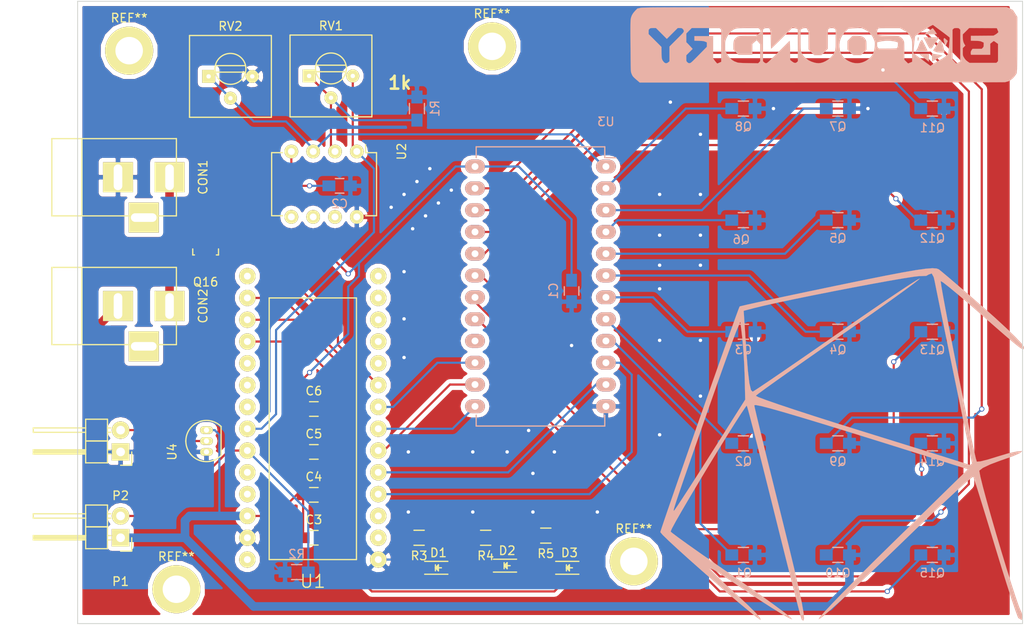
<source format=kicad_pcb>
(kicad_pcb (version 4) (host pcbnew 4.0.2-stable)
  (layers (0 F.Cu signal) (31 B.Cu signal) (34 B.Paste user) (35 F.Paste user) (36 B.SilkS user) (37 F.SilkS user) (38 B.Mask user) (39 F.Mask user) (44 Edge.Cuts user))
  (net 0 "")
  (net 1 +3V3)
  (net 2 GND)
  (net 3 HEATER_PWR)
  (net 4 "Net-(CON1-Pad3)")
  (net 5 "Net-(CON2-Pad2)")
  (net 6 "Net-(CON2-Pad3)")
  (net 7 "Net-(D1-Pad2)")
  (net 8 "Net-(D1-Pad1)")
  (net 9 "Net-(D2-Pad2)")
  (net 10 "Net-(D2-Pad1)")
  (net 11 "Net-(D3-Pad2)")
  (net 12 "Net-(D3-Pad1)")
  (net 13 TEMP_S)
  (net 14 "Net-(P2-Pad2)")
  (net 15 /Phototransistors/S1)
  (net 16 /Phototransistors/S2)
  (net 17 /Phototransistors/S3)
  (net 18 /Phototransistors/S4)
  (net 19 /Phototransistors/S5)
  (net 20 /Phototransistors/S6)
  (net 21 /Phototransistors/S7)
  (net 22 /Phototransistors/S8)
  (net 23 /Phototransistors/S9)
  (net 24 /Phototransistors/S10)
  (net 25 /Phototransistors/S11)
  (net 26 /Phototransistors/S12)
  (net 27 /Phototransistors/S13)
  (net 28 /Phototransistors/S14)
  (net 29 /Phototransistors/S15)
  (net 30 HEAT)
  (net 31 "Net-(R1-Pad1)")
  (net 32 "Net-(RV1-Pad3)")
  (net 33 "Net-(RV2-Pad1)")
  (net 34 "Net-(U1-Pad0)")
  (net 35 "Net-(U1-Pad1)")
  (net 36 T2)
  (net 37 T3)
  (net 38 T4)
  (net 39 T5)
  (net 40 T6)
  (net 41 "Net-(U1-Pad8)")
  (net 42 "Net-(U1-Pad9)")
  (net 43 "Net-(U1-Pad10)")
  (net 44 "Net-(U1-Pad11)")
  (net 45 "Net-(U1-Pad12)")
  (net 46 "Net-(U1-Pad13)")
  (net 47 "Net-(U1-Pad17)")
  (net 48 "Net-(U1-Pad18)")
  (net 49 "Net-(U1-Pad19)")
  (net 50 "Net-(U1-Pad22)")
  (net 51 "Net-(U1-Pad23)")
  (net 52 "Net-(U1-Pad26)")
  (net 53 "Net-(U3-Pad16)")
  (module Resistors_SMD:R_0805_HandSoldering (layer B.Cu) (at 215 65)
    (fp_text reference Q8 (at 0 2.1) (layer B.SilkS) (effects (justify mirror)))
    (fp_text value SFH3711 hide)
    (pad 1 smd rect (at -1.35 0) (size 1.5 1.3) (layers B.Cu B.Paste B.Mask) (net 22 /Phototransistors/S8))
    (pad 2 smd rect (at 1.35 0) (size 1.5 1.3) (layers B.Cu B.Paste B.Mask) (net 1 +3V3))
  )
  (module Housings_DIP:DIP-24_W15.24mm_LongPads (layer B.Cu) (at 199 71.75 180)
    (fp_text reference U3 (at 0 5.22 180) (layer B.SilkS) (effects (justify mirror)))
    (fp_text value CD74HC4067)
    (pad 1 thru_hole oval (at 0 0 180) (size 2.3 1.6) (drill 0.8) (layers *.Cu *.Mask B.SilkS) (net 33 "Net-(RV2-Pad1)"))
    (pad 2 thru_hole oval (at 0 -2.54 180) (size 2.3 1.6) (drill 0.8) (layers *.Cu *.Mask B.SilkS) (net 22 /Phototransistors/S8))
    (pad 3 thru_hole oval (at 0 -5.08 180) (size 2.3 1.6) (drill 0.8) (layers *.Cu *.Mask B.SilkS) (net 21 /Phototransistors/S7))
    (pad 4 thru_hole oval (at 0 -7.62 180) (size 2.3 1.6) (drill 0.8) (layers *.Cu *.Mask B.SilkS) (net 20 /Phototransistors/S6))
    (pad 5 thru_hole oval (at 0 -10.16 180) (size 2.3 1.6) (drill 0.8) (layers *.Cu *.Mask B.SilkS) (net 19 /Phototransistors/S5))
    (pad 6 thru_hole oval (at 0 -12.7 180) (size 2.3 1.6) (drill 0.8) (layers *.Cu *.Mask B.SilkS) (net 18 /Phototransistors/S4))
    (pad 7 thru_hole oval (at 0 -15.24 180) (size 2.3 1.6) (drill 0.8) (layers *.Cu *.Mask B.SilkS) (net 17 /Phototransistors/S3))
    (pad 8 thru_hole oval (at 0 -17.78 180) (size 2.3 1.6) (drill 0.8) (layers *.Cu *.Mask B.SilkS) (net 16 /Phototransistors/S2))
    (pad 9 thru_hole oval (at 0 -20.32 180) (size 2.3 1.6) (drill 0.8) (layers *.Cu *.Mask B.SilkS) (net 15 /Phototransistors/S1))
    (pad 10 thru_hole oval (at 0 -22.86 180) (size 2.3 1.6) (drill 0.8) (layers *.Cu *.Mask B.SilkS) (net 36 T2))
    (pad 11 thru_hole oval (at 0 -25.4 180) (size 2.3 1.6) (drill 0.8) (layers *.Cu *.Mask B.SilkS) (net 37 T3))
    (pad 12 thru_hole oval (at 0 -27.94 180) (size 2.3 1.6) (drill 0.8) (layers *.Cu *.Mask B.SilkS) (net 2 GND))
    (pad 13 thru_hole oval (at 15.24 -27.94 180) (size 2.3 1.6) (drill 0.8) (layers *.Cu *.Mask B.SilkS) (net 39 T5))
    (pad 14 thru_hole oval (at 15.24 -25.4 180) (size 2.3 1.6) (drill 0.8) (layers *.Cu *.Mask B.SilkS) (net 38 T4))
    (pad 15 thru_hole oval (at 15.24 -22.86 180) (size 2.3 1.6) (drill 0.8) (layers *.Cu *.Mask B.SilkS) (net 40 T6))
    (pad 16 thru_hole oval (at 15.24 -20.32 180) (size 2.3 1.6) (drill 0.8) (layers *.Cu *.Mask B.SilkS) (net 53 "Net-(U3-Pad16)"))
    (pad 17 thru_hole oval (at 15.24 -17.78 180) (size 2.3 1.6) (drill 0.8) (layers *.Cu *.Mask B.SilkS) (net 29 /Phototransistors/S15))
    (pad 18 thru_hole oval (at 15.24 -15.24 180) (size 2.3 1.6) (drill 0.8) (layers *.Cu *.Mask B.SilkS) (net 28 /Phototransistors/S14))
    (pad 19 thru_hole oval (at 15.24 -12.7 180) (size 2.3 1.6) (drill 0.8) (layers *.Cu *.Mask B.SilkS) (net 27 /Phototransistors/S13))
    (pad 20 thru_hole oval (at 15.24 -10.16 180) (size 2.3 1.6) (drill 0.8) (layers *.Cu *.Mask B.SilkS) (net 26 /Phototransistors/S12))
    (pad 21 thru_hole oval (at 15.24 -7.62 180) (size 2.3 1.6) (drill 0.8) (layers *.Cu *.Mask B.SilkS) (net 25 /Phototransistors/S11))
    (pad 22 thru_hole oval (at 15.24 -5.08 180) (size 2.3 1.6) (drill 0.8) (layers *.Cu *.Mask B.SilkS) (net 24 /Phototransistors/S10))
    (pad 23 thru_hole oval (at 15.24 -2.54 180) (size 2.3 1.6) (drill 0.8) (layers *.Cu *.Mask B.SilkS) (net 23 /Phototransistors/S9))
    (pad 24 thru_hole oval (at 15.24 0 180) (size 2.3 1.6) (drill 0.8) (layers *.Cu *.Mask B.SilkS) (net 1 +3V3))
  )
  (module Capacitors_SMD:C_0805_HandSoldering (layer B.Cu) (at 195 86.25 270)
    (fp_text reference C1 (at 0 2.1 270) (layer B.SilkS) (effects (justify mirror)))
    (fp_text value 100nF)
    (pad 1 smd rect (at -1.25 0 270) (size 1.5 1.25) (layers B.Cu B.Paste B.Mask) (net 1 +3V3))
    (pad 2 smd rect (at 1.25 0 270) (size 1.5 1.25) (layers B.Cu B.Paste B.Mask) (net 2 GND))
  )
  (module Capacitors_SMD:C_0805_HandSoldering (layer B.Cu) (at 168 74)
    (fp_text reference C2 (at 0 2.1) (layer B.SilkS) (effects (justify mirror)))
    (fp_text value 100nF)
    (pad 1 smd rect (at -1.25 0) (size 1.5 1.25) (layers B.Cu B.Paste B.Mask) (net 1 +3V3))
    (pad 2 smd rect (at 1.25 0) (size 1.5 1.25) (layers B.Cu B.Paste B.Mask) (net 2 GND))
  )
  (module Capacitors_SMD:C_0805_HandSoldering (layer F.Cu) (at 165 115)
    (fp_text reference C3 (at 0 -2.1) (layer F.SilkS))
    (fp_text value 100nF)
    (pad 1 smd rect (at -1.25 0) (size 1.5 1.25) (layers F.Cu F.Paste F.Mask) (net 1 +3V3))
    (pad 2 smd rect (at 1.25 0) (size 1.5 1.25) (layers F.Cu F.Paste F.Mask) (net 2 GND))
  )
  (module Capacitors_SMD:C_0805_HandSoldering (layer F.Cu) (at 165 110)
    (fp_text reference C4 (at 0 -2.1) (layer F.SilkS))
    (fp_text value 22nF)
    (pad 1 smd rect (at -1.25 0) (size 1.5 1.25) (layers F.Cu F.Paste F.Mask) (net 1 +3V3))
    (pad 2 smd rect (at 1.25 0) (size 1.5 1.25) (layers F.Cu F.Paste F.Mask) (net 2 GND))
  )
  (module Capacitors_SMD:C_0805_HandSoldering (layer F.Cu) (at 165 105)
    (fp_text reference C5 (at 0 -2.1) (layer F.SilkS))
    (fp_text value 100nF)
    (pad 1 smd rect (at -1.25 0) (size 1.5 1.25) (layers F.Cu F.Paste F.Mask) (net 1 +3V3))
    (pad 2 smd rect (at 1.25 0) (size 1.5 1.25) (layers F.Cu F.Paste F.Mask) (net 2 GND))
  )
  (module Capacitors_SMD:C_0805_HandSoldering (layer F.Cu) (at 165 100)
    (fp_text reference C6 (at 0 -2.1) (layer F.SilkS))
    (fp_text value 22uF)
    (pad 1 smd rect (at -1.25 0) (size 1.5 1.25) (layers F.Cu F.Paste F.Mask) (net 1 +3V3))
    (pad 2 smd rect (at 1.25 0) (size 1.5 1.25) (layers F.Cu F.Paste F.Mask) (net 2 GND))
  )
  (module Connect:BARREL_JACK (layer F.Cu) (at 142 73)
    (fp_text reference CON1 (at 10.09904 0 90) (layer F.SilkS))
    (fp_text value BARREL_JACK)
    (pad 1 thru_hole rect (at 6.20014 0) (size 3.50012 3.50012) (drill oval 1.00076 2.99974) (layers *.Cu *.Mask F.SilkS) (net 3 HEATER_PWR))
    (pad 2 thru_hole rect (at 0.20066 0) (size 3.50012 3.50012) (drill oval 1.00076 2.99974) (layers *.Cu *.Mask F.SilkS) (net 2 GND))
    (pad 3 thru_hole rect (at 3.2004 4.699) (size 3.50012 3.50012) (drill oval 2.99974 1.00076) (layers *.Cu *.Mask F.SilkS) (net 4 "Net-(CON1-Pad3)"))
  )
  (module Connect:BARREL_JACK (layer F.Cu) (at 142 88)
    (fp_text reference CON2 (at 10.09904 0 90) (layer F.SilkS))
    (fp_text value BARREL_JACK)
    (pad 1 thru_hole rect (at 6.20014 0) (size 3.50012 3.50012) (drill oval 1.00076 2.99974) (layers *.Cu *.Mask F.SilkS) (net 3 HEATER_PWR))
    (pad 2 thru_hole rect (at 0.20066 0) (size 3.50012 3.50012) (drill oval 1.00076 2.99974) (layers *.Cu *.Mask F.SilkS) (net 5 "Net-(CON2-Pad2)"))
    (pad 3 thru_hole rect (at 3.2004 4.699) (size 3.50012 3.50012) (drill oval 2.99974 1.00076) (layers *.Cu *.Mask F.SilkS) (net 6 "Net-(CON2-Pad3)"))
  )
  (module LEDs:LED_0805 (layer F.Cu) (at 179.5 118.5)
    (fp_text reference D1 (at 0 -1.75) (layer F.SilkS))
    (fp_text value LED)
    (pad 2 smd rect (at 1.04902 0 180) (size 1.19888 1.19888) (layers F.Cu F.Paste F.Mask) (net 7 "Net-(D1-Pad2)"))
    (pad 1 smd rect (at -1.04902 0 180) (size 1.19888 1.19888) (layers F.Cu F.Paste F.Mask) (net 8 "Net-(D1-Pad1)"))
  )
  (module LEDs:LED_0805 (layer F.Cu) (at 187.5 118.25)
    (fp_text reference D2 (at 0 -1.75) (layer F.SilkS))
    (fp_text value LED)
    (pad 2 smd rect (at 1.04902 0 180) (size 1.19888 1.19888) (layers F.Cu F.Paste F.Mask) (net 9 "Net-(D2-Pad2)"))
    (pad 1 smd rect (at -1.04902 0 180) (size 1.19888 1.19888) (layers F.Cu F.Paste F.Mask) (net 10 "Net-(D2-Pad1)"))
  )
  (module LEDs:LED_0805 (layer F.Cu) (at 194.75 118.5)
    (fp_text reference D3 (at 0 -1.75) (layer F.SilkS))
    (fp_text value LED)
    (pad 2 smd rect (at 1.04902 0 180) (size 1.19888 1.19888) (layers F.Cu F.Paste F.Mask) (net 11 "Net-(D3-Pad2)"))
    (pad 1 smd rect (at -1.04902 0 180) (size 1.19888 1.19888) (layers F.Cu F.Paste F.Mask) (net 12 "Net-(D3-Pad1)"))
  )
  (module Pin_Headers:Pin_Header_Angled_1x02 (layer F.Cu) (at 142.5 105 180)
    (fp_text reference P2 (at 0 -5.1 180) (layer F.SilkS))
    (fp_text value CONN_01X02)
    (pad 1 thru_hole rect (at 0 0 180) (size 2.032 2.032) (drill 1.016) (layers *.Cu *.Mask F.SilkS) (net 2 GND))
    (pad 2 thru_hole oval (at 0 2.54 180) (size 2.032 2.032) (drill 1.016) (layers *.Cu *.Mask F.SilkS) (net 14 "Net-(P2-Pad2)"))
  )
  (module Resistors_SMD:R_0805_HandSoldering (layer B.Cu) (at 215 117)
    (fp_text reference Q1 (at 0 2.1) (layer B.SilkS) (effects (justify mirror)))
    (fp_text value SFH3711 hide)
    (pad 1 smd rect (at -1.35 0) (size 1.5 1.3) (layers B.Cu B.Paste B.Mask) (net 15 /Phototransistors/S1))
    (pad 2 smd rect (at 1.35 0) (size 1.5 1.3) (layers B.Cu B.Paste B.Mask) (net 1 +3V3))
  )
  (module Resistors_SMD:R_0805_HandSoldering (layer B.Cu) (at 215 104)
    (fp_text reference Q2 (at 0 2.1) (layer B.SilkS) (effects (justify mirror)))
    (fp_text value SFH3711 hide)
    (pad 1 smd rect (at -1.35 0) (size 1.5 1.3) (layers B.Cu B.Paste B.Mask) (net 16 /Phototransistors/S2))
    (pad 2 smd rect (at 1.35 0) (size 1.5 1.3) (layers B.Cu B.Paste B.Mask) (net 1 +3V3))
  )
  (module Resistors_SMD:R_0805_HandSoldering (layer B.Cu) (at 215 91)
    (fp_text reference Q3 (at 0 2.1) (layer B.SilkS) (effects (justify mirror)))
    (fp_text value SFH3711 hide)
    (pad 1 smd rect (at -1.35 0) (size 1.5 1.3) (layers B.Cu B.Paste B.Mask) (net 17 /Phototransistors/S3))
    (pad 2 smd rect (at 1.35 0) (size 1.5 1.3) (layers B.Cu B.Paste B.Mask) (net 1 +3V3))
  )
  (module Resistors_SMD:R_0805_HandSoldering (layer B.Cu) (at 226 91)
    (fp_text reference Q4 (at 0 2.1) (layer B.SilkS) (effects (justify mirror)))
    (fp_text value SFH3711 hide)
    (pad 1 smd rect (at -1.35 0) (size 1.5 1.3) (layers B.Cu B.Paste B.Mask) (net 18 /Phototransistors/S4))
    (pad 2 smd rect (at 1.35 0) (size 1.5 1.3) (layers B.Cu B.Paste B.Mask) (net 1 +3V3))
  )
  (module Resistors_SMD:R_0805_HandSoldering (layer B.Cu) (at 226 78)
    (fp_text reference Q5 (at 0 2.1) (layer B.SilkS) (effects (justify mirror)))
    (fp_text value SFH3711 hide)
    (pad 1 smd rect (at -1.35 0) (size 1.5 1.3) (layers B.Cu B.Paste B.Mask) (net 19 /Phototransistors/S5))
    (pad 2 smd rect (at 1.35 0) (size 1.5 1.3) (layers B.Cu B.Paste B.Mask) (net 1 +3V3))
  )
  (module Resistors_SMD:R_0805_HandSoldering (layer B.Cu) (at 215 78 180)
    (fp_text reference Q6 (at 0.25 -2.25 180) (layer B.SilkS) (effects (justify mirror)))
    (fp_text value SFH3711 hide)
    (pad 1 smd rect (at -1.35 0 180) (size 1.5 1.3) (layers B.Cu B.Paste B.Mask) (net 1 +3V3))
    (pad 2 smd rect (at 1.35 0 180) (size 1.5 1.3) (layers B.Cu B.Paste B.Mask) (net 20 /Phototransistors/S6))
  )
  (module Resistors_SMD:R_0805_HandSoldering (layer B.Cu) (at 226 65)
    (fp_text reference Q7 (at 0 2.1) (layer B.SilkS) (effects (justify mirror)))
    (fp_text value SFH3711 hide)
    (pad 1 smd rect (at -1.35 0) (size 1.5 1.3) (layers B.Cu B.Paste B.Mask) (net 21 /Phototransistors/S7))
    (pad 2 smd rect (at 1.35 0) (size 1.5 1.3) (layers B.Cu B.Paste B.Mask) (net 1 +3V3))
  )
  (module Resistors_SMD:R_0805_HandSoldering (layer B.Cu) (at 226 104)
    (fp_text reference Q9 (at 0 2.1) (layer B.SilkS) (effects (justify mirror)))
    (fp_text value SFH3711 hide)
    (pad 1 smd rect (at -1.35 0) (size 1.5 1.3) (layers B.Cu B.Paste B.Mask) (net 23 /Phototransistors/S9))
    (pad 2 smd rect (at 1.35 0) (size 1.5 1.3) (layers B.Cu B.Paste B.Mask) (net 1 +3V3))
  )
  (module Resistors_SMD:R_0805_HandSoldering (layer B.Cu) (at 226 117)
    (fp_text reference Q10 (at 0 2.1) (layer B.SilkS) (effects (justify mirror)))
    (fp_text value SFH3711 hide)
    (pad 1 smd rect (at -1.35 0) (size 1.5 1.3) (layers B.Cu B.Paste B.Mask) (net 24 /Phototransistors/S10))
    (pad 2 smd rect (at 1.35 0) (size 1.5 1.3) (layers B.Cu B.Paste B.Mask) (net 1 +3V3))
  )
  (module Resistors_SMD:R_0805_HandSoldering (layer B.Cu) (at 237 65 180)
    (fp_text reference Q11 (at 0 -2.25 180) (layer B.SilkS) (effects (justify mirror)))
    (fp_text value SFH3711 hide)
    (pad 1 smd rect (at -1.35 0 180) (size 1.5 1.3) (layers B.Cu B.Paste B.Mask) (net 1 +3V3))
    (pad 2 smd rect (at 1.35 0 180) (size 1.5 1.3) (layers B.Cu B.Paste B.Mask) (net 25 /Phototransistors/S11))
  )
  (module Resistors_SMD:R_0805_HandSoldering (layer B.Cu) (at 237 78)
    (fp_text reference Q12 (at 0 2.1) (layer B.SilkS) (effects (justify mirror)))
    (fp_text value SFH3711 hide)
    (pad 1 smd rect (at -1.35 0) (size 1.5 1.3) (layers B.Cu B.Paste B.Mask) (net 26 /Phototransistors/S12))
    (pad 2 smd rect (at 1.35 0) (size 1.5 1.3) (layers B.Cu B.Paste B.Mask) (net 1 +3V3))
  )
  (module Resistors_SMD:R_0805_HandSoldering (layer B.Cu) (at 237 91)
    (fp_text reference Q13 (at 0 2.1) (layer B.SilkS) (effects (justify mirror)))
    (fp_text value SFH3711 hide)
    (pad 1 smd rect (at -1.35 0) (size 1.5 1.3) (layers B.Cu B.Paste B.Mask) (net 27 /Phototransistors/S13))
    (pad 2 smd rect (at 1.35 0) (size 1.5 1.3) (layers B.Cu B.Paste B.Mask) (net 1 +3V3))
  )
  (module Resistors_SMD:R_0805_HandSoldering (layer B.Cu) (at 237 104)
    (fp_text reference Q14 (at 0 2.1) (layer B.SilkS) (effects (justify mirror)))
    (fp_text value SFH3711 hide)
    (pad 1 smd rect (at -1.35 0) (size 1.5 1.3) (layers B.Cu B.Paste B.Mask) (net 28 /Phototransistors/S14))
    (pad 2 smd rect (at 1.35 0) (size 1.5 1.3) (layers B.Cu B.Paste B.Mask) (net 1 +3V3))
  )
  (module Resistors_SMD:R_0805_HandSoldering (layer B.Cu) (at 237 117)
    (fp_text reference Q15 (at 0 2.1) (layer B.SilkS) (effects (justify mirror)))
    (fp_text value SFH3711 hide)
    (pad 1 smd rect (at -1.35 0) (size 1.5 1.3) (layers B.Cu B.Paste B.Mask) (net 29 /Phototransistors/S15))
    (pad 2 smd rect (at 1.35 0) (size 1.5 1.3) (layers B.Cu B.Paste B.Mask) (net 1 +3V3))
  )
  (module TO_SOT_Packages_SMD:SOT-23_Handsoldering (layer F.Cu) (at 152.4 81.4 180)
    (fp_text reference Q16 (at 0 -3.81 180) (layer F.SilkS))
    (fp_text value Q_NMOS_GSD)
    (pad 1 smd rect (at -0.95 1.50114 180) (size 0.8001 1.80086) (layers F.Cu F.Paste F.Mask) (net 30 HEAT))
    (pad 2 smd rect (at 0.95 1.50114 180) (size 0.8001 1.80086) (layers F.Cu F.Paste F.Mask) (net 2 GND))
    (pad 3 smd rect (at 0 -1.50114 180) (size 0.8001 1.80086) (layers F.Cu F.Paste F.Mask) (net 5 "Net-(CON2-Pad2)"))
  )
  (module Resistors_SMD:R_0805_HandSoldering (layer B.Cu) (at 177 65 90)
    (fp_text reference R1 (at 0 2.1 90) (layer B.SilkS) (effects (justify mirror)))
    (fp_text value 1K)
    (pad 1 smd rect (at -1.35 0 90) (size 1.5 1.3) (layers B.Cu B.Paste B.Mask) (net 31 "Net-(R1-Pad1)"))
    (pad 2 smd rect (at 1.35 0 90) (size 1.5 1.3) (layers B.Cu B.Paste B.Mask) (net 2 GND))
  )
  (module Resistors_SMD:R_0805_HandSoldering (layer B.Cu) (at 163 119 180)
    (fp_text reference R2 (at 0 2.1 180) (layer B.SilkS) (effects (justify mirror)))
    (fp_text value 6.8K)
    (pad 1 smd rect (at -1.35 0 180) (size 1.5 1.3) (layers B.Cu B.Paste B.Mask) (net 13 TEMP_S))
    (pad 2 smd rect (at 1.35 0 180) (size 1.5 1.3) (layers B.Cu B.Paste B.Mask) (net 2 GND))
  )
  (module Resistors_SMD:R_0805_HandSoldering (layer F.Cu) (at 177.25 115 180)
    (fp_text reference R3 (at 0 -2.1 180) (layer F.SilkS))
    (fp_text value R)
    (pad 1 smd rect (at -1.35 0 180) (size 1.5 1.3) (layers F.Cu F.Paste F.Mask) (net 8 "Net-(D1-Pad1)"))
    (pad 2 smd rect (at 1.35 0 180) (size 1.5 1.3) (layers F.Cu F.Paste F.Mask) (net 2 GND))
  )
  (module Resistors_SMD:R_0805_HandSoldering (layer F.Cu) (at 185 115 180)
    (fp_text reference R4 (at 0 -2.1 180) (layer F.SilkS))
    (fp_text value R)
    (pad 1 smd rect (at -1.35 0 180) (size 1.5 1.3) (layers F.Cu F.Paste F.Mask) (net 10 "Net-(D2-Pad1)"))
    (pad 2 smd rect (at 1.35 0 180) (size 1.5 1.3) (layers F.Cu F.Paste F.Mask) (net 2 GND))
  )
  (module Resistors_SMD:R_0805_HandSoldering (layer F.Cu) (at 192 114.75 180)
    (fp_text reference R5 (at 0 -2.1 180) (layer F.SilkS))
    (fp_text value R)
    (pad 1 smd rect (at -1.35 0 180) (size 1.5 1.3) (layers F.Cu F.Paste F.Mask) (net 12 "Net-(D3-Pad1)"))
    (pad 2 smd rect (at 1.35 0 180) (size 1.5 1.3) (layers F.Cu F.Paste F.Mask) (net 2 GND))
  )
  (module Potentiometers:Potentiometer_Trimmer-Suntan-TSR-3386P (layer F.Cu) (at 164.45 61.2)
    (fp_text reference RV1 (at 2.54 -5.842) (layer F.SilkS))
    (fp_text value "POT 10k")
    (pad 3 thru_hole circle (at 5.08 0) (size 1.51 1.51) (drill 0.51) (layers *.Cu *.Mask F.SilkS) (net 32 "Net-(RV1-Pad3)"))
    (pad 1 thru_hole rect (at 0 0) (size 1.51 1.51) (drill 0.51) (layers *.Cu *.Mask F.SilkS) (net 31 "Net-(R1-Pad1)"))
    (pad 2 thru_hole circle (at 2.54 2.54) (size 1.51 1.51) (drill 0.51) (layers *.Cu *.Mask F.SilkS) (net 31 "Net-(R1-Pad1)"))
  )
  (module Teensy-3:Teensy-3.1 (layer F.Cu) (at 172.5 115 90)
    (fp_text reference U1 (at -5.08 -7.62 180) (layer F.SilkS) (effects (font (size 1.5 1.5))))
    (fp_text value Teensy_3.1)
    (pad 0 thru_hole circle (at 0 0 90) (size 1.9 1.9) (drill 0.8) (layers *.Cu *.Mask F.SilkS) (net 34 "Net-(U1-Pad0)"))
    (pad 1 thru_hole circle (at 2.54 0 90) (size 1.9 1.9) (drill 0.8) (layers *.Cu *.Mask F.SilkS) (net 35 "Net-(U1-Pad1)"))
    (pad 2 thru_hole circle (at 5.08 0 90) (size 1.9 1.9) (drill 0.8) (layers *.Cu *.Mask F.SilkS) (net 36 T2))
    (pad 3 thru_hole circle (at 7.62 0 90) (size 1.9 1.9) (drill 0.8) (layers *.Cu *.Mask F.SilkS) (net 37 T3))
    (pad 4 thru_hole circle (at 10.16 0 90) (size 1.9 1.9) (drill 0.8) (layers *.Cu *.Mask F.SilkS) (net 38 T4))
    (pad 5 thru_hole circle (at 12.7 0 90) (size 1.9 1.9) (drill 0.8) (layers *.Cu *.Mask F.SilkS) (net 39 T5))
    (pad 6 thru_hole circle (at 15.24 0 90) (size 1.9 1.9) (drill 0.8) (layers *.Cu *.Mask F.SilkS) (net 40 T6))
    (pad 7 thru_hole circle (at 17.78 0 90) (size 1.9 1.9) (drill 0.8) (layers *.Cu *.Mask F.SilkS) (net 30 HEAT))
    (pad 8 thru_hole circle (at 20.32 0 90) (size 1.9 1.9) (drill 0.8) (layers *.Cu *.Mask F.SilkS) (net 41 "Net-(U1-Pad8)"))
    (pad 9 thru_hole circle (at 22.86 0 90) (size 1.9 1.9) (drill 0.8) (layers *.Cu *.Mask F.SilkS) (net 42 "Net-(U1-Pad9)"))
    (pad 10 thru_hole circle (at 25.4 0 90) (size 1.9 1.9) (drill 0.8) (layers *.Cu *.Mask F.SilkS) (net 43 "Net-(U1-Pad10)"))
    (pad 11 thru_hole circle (at 27.94 0 90) (size 1.9 1.9) (drill 0.8) (layers *.Cu *.Mask F.SilkS) (net 44 "Net-(U1-Pad11)"))
    (pad 12 thru_hole circle (at 30.48 0 90) (size 1.9 1.9) (drill 0.8) (layers *.Cu *.Mask F.SilkS) (net 45 "Net-(U1-Pad12)"))
    (pad 13 thru_hole circle (at 30.48 -15.24 90) (size 1.9 1.9) (drill 0.8) (layers *.Cu *.Mask F.SilkS) (net 46 "Net-(U1-Pad13)"))
    (pad 14 thru_hole circle (at 27.94 -15.24 90) (size 1.9 1.9) (drill 0.8) (layers *.Cu *.Mask F.SilkS) (net 7 "Net-(D1-Pad2)"))
    (pad 15 thru_hole circle (at 25.4 -15.24 90) (size 1.9 1.9) (drill 0.8) (layers *.Cu *.Mask F.SilkS) (net 9 "Net-(D2-Pad2)"))
    (pad 16 thru_hole circle (at 22.86 -15.24 90) (size 1.9 1.9) (drill 0.8) (layers *.Cu *.Mask F.SilkS) (net 11 "Net-(D3-Pad2)"))
    (pad 17 thru_hole circle (at 20.32 -15.24 90) (size 1.9 1.9) (drill 0.8) (layers *.Cu *.Mask F.SilkS) (net 47 "Net-(U1-Pad17)"))
    (pad 18 thru_hole circle (at 17.78 -15.24 90) (size 1.9 1.9) (drill 0.8) (layers *.Cu *.Mask F.SilkS) (net 48 "Net-(U1-Pad18)"))
    (pad 19 thru_hole circle (at 15.24 -15.24 90) (size 1.9 1.9) (drill 0.8) (layers *.Cu *.Mask F.SilkS) (net 49 "Net-(U1-Pad19)"))
    (pad 20 thru_hole circle (at 12.7 -15.24 90) (size 1.9 1.9) (drill 0.8) (layers *.Cu *.Mask F.SilkS) (net 32 "Net-(RV1-Pad3)"))
    (pad 21 thru_hole circle (at 10.16 -15.24 90) (size 1.9 1.9) (drill 0.8) (layers *.Cu *.Mask F.SilkS) (net 13 TEMP_S))
    (pad 22 thru_hole circle (at 7.62 -15.24 90) (size 1.9 1.9) (drill 0.8) (layers *.Cu *.Mask F.SilkS) (net 50 "Net-(U1-Pad22)"))
    (pad 23 thru_hole circle (at 5.08 -15.24 90) (size 1.9 1.9) (drill 0.8) (layers *.Cu *.Mask F.SilkS) (net 51 "Net-(U1-Pad23)"))
    (pad 24 thru_hole circle (at 2.54 -15.24 90) (size 1.9 1.9) (drill 0.8) (layers *.Cu *.Mask F.SilkS) (net 1 +3V3))
    (pad 25 thru_hole circle (at 0 -15.24 90) (size 1.9 1.9) (drill 0.8) (layers *.Cu *.Mask F.SilkS) (net 2 GND))
    (pad 26 thru_hole circle (at -2.54 -15.24 90) (size 1.9 1.9) (drill 0.8) (layers *.Cu *.Mask F.SilkS) (net 52 "Net-(U1-Pad26)"))
    (pad 27 thru_hole circle (at -2.54 0 90) (size 1.9 1.9) (drill 0.8) (layers *.Cu *.Mask F.SilkS) (net 2 GND))
  )
  (module Housings_DIP:DIP-8_W7.62mm (layer F.Cu) (at 170 70 270)
    (fp_text reference U2 (at 0 -5.22 270) (layer F.SilkS))
    (fp_text value LM358)
    (pad 1 thru_hole oval (at 0 0 270) (size 1.6 1.6) (drill 0.8) (layers *.Cu *.Mask F.SilkS) (net 32 "Net-(RV1-Pad3)"))
    (pad 2 thru_hole oval (at 0 2.54 270) (size 1.6 1.6) (drill 0.8) (layers *.Cu *.Mask F.SilkS) (net 31 "Net-(R1-Pad1)"))
    (pad 3 thru_hole oval (at 0 5.08 270) (size 1.6 1.6) (drill 0.8) (layers *.Cu *.Mask F.SilkS) (net 33 "Net-(RV2-Pad1)"))
    (pad 4 thru_hole oval (at 0 7.62 270) (size 1.6 1.6) (drill 0.8) (layers *.Cu *.Mask F.SilkS) (net 1 +3V3))
    (pad 5 thru_hole oval (at 7.62 7.62 270) (size 1.6 1.6) (drill 0.8) (layers *.Cu *.Mask F.SilkS))
    (pad 6 thru_hole oval (at 7.62 5.08 270) (size 1.6 1.6) (drill 0.8) (layers *.Cu *.Mask F.SilkS))
    (pad 7 thru_hole oval (at 7.62 2.54 270) (size 1.6 1.6) (drill 0.8) (layers *.Cu *.Mask F.SilkS))
    (pad 8 thru_hole oval (at 7.62 0 270) (size 1.6 1.6) (drill 0.8) (layers *.Cu *.Mask F.SilkS) (net 2 GND))
  )
  (module TO_SOT_Packages_THT:TO-92_Inline_Narrow_Oval (layer F.Cu) (at 152.5 105 90)
    (fp_text reference U4 (at 0 -4 90) (layer F.SilkS))
    (fp_text value CL520)
    (pad 2 thru_hole oval (at 1.27 0 270) (size 0.89916 1.50114) (drill 0.6) (layers *.Cu *.Mask F.SilkS) (net 14 "Net-(P2-Pad2)"))
    (pad 3 thru_hole oval (at 2.54 0 270) (size 0.89916 1.50114) (drill 0.6) (layers *.Cu *.Mask F.SilkS) (net 1 +3V3))
    (pad 1 thru_hole oval (at 0 0 270) (size 0.89916 1.50114) (drill 0.6) (layers *.Cu *.Mask F.SilkS) (net 2 GND))
  )
  (module Pin_Headers:Pin_Header_Angled_1x02 (layer F.Cu) (at 142.5 115 180)
    (fp_text reference P1 (at 0 -5.1 180) (layer F.SilkS))
    (fp_text value CONN_01X02)
    (pad 1 thru_hole rect (at 0 0 180) (size 2.032 2.032) (drill 1.016) (layers *.Cu *.Mask F.SilkS) (net 1 +3V3))
    (pad 2 thru_hole oval (at 0 2.54 180) (size 2.032 2.032) (drill 1.016) (layers *.Cu *.Mask F.SilkS) (net 13 TEMP_S))
  )
  (module Potentiometers:Potentiometer_Trimmer-Suntan-TSR-3386P (layer F.Cu) (at 152.75 61.25)
    (fp_text reference RV2 (at 2.54 -5.842) (layer F.SilkS))
    (fp_text value POT)
    (pad 3 thru_hole circle (at 5.08 0) (size 1.51 1.51) (drill 0.51) (layers *.Cu *.Mask F.SilkS) (net 2 GND))
    (pad 1 thru_hole rect (at 0 0) (size 1.51 1.51) (drill 0.51) (layers *.Cu *.Mask F.SilkS) (net 33 "Net-(RV2-Pad1)"))
    (pad 2 thru_hole circle (at 2.54 2.54) (size 1.51 1.51) (drill 0.51) (layers *.Cu *.Mask F.SilkS) (net 33 "Net-(RV2-Pad1)"))
  )
  (module Mounting_Holes:MountingHole_3.2mm_M3_DIN965_Pad (layer F.Cu) (at 185.75 57.75)
    (fp_text reference REF** (at 0 -3.8) (layer F.SilkS))
    (fp_text value "" hide)
    (pad 1 thru_hole circle (at 0 0) (size 5.6 5.6) (drill 3.2) (layers *.Cu *.Mask F.SilkS))
  )
  (module Mounting_Holes:MountingHole_3.2mm_M3_DIN965_Pad (layer F.Cu) (at 143.5 58.25)
    (fp_text reference REF** (at 0 -3.8) (layer F.SilkS))
    (fp_text value "" hide)
    (pad 1 thru_hole circle (at 0 0) (size 5.6 5.6) (drill 3.2) (layers *.Cu *.Mask F.SilkS))
  )
  (module Mounting_Holes:MountingHole_3.2mm_M3_DIN965_Pad (layer F.Cu) (at 202.25 117.75)
    (fp_text reference REF** (at 0 -3.8) (layer F.SilkS))
    (fp_text value "")
    (pad 1 thru_hole circle (at 0 0) (size 5.6 5.6) (drill 3.2) (layers *.Cu *.Mask F.SilkS))
  )
  (module Mounting_Holes:MountingHole_3.2mm_M3_DIN965_Pad (layer F.Cu) (at 149 121)
    (fp_text reference REF** (at 0 -3.8) (layer F.SilkS))
    (fp_text value "")
    (pad 1 thru_hole circle (at 0 0) (size 5.6 5.6) (drill 3.2) (layers *.Cu *.Mask F.SilkS))
  )
  (module lampdiagnosticspcb-master:CornerLogoInverse (layer B.Cu) (at 226.5 103.75 270)
    (fp_text reference G*** hide)
    (fp_text value LOGO hide)
  )
  (module lampdiagnosticspcb-master:LogoTextResized3 (layer B.Cu) (at 224.25 57.5 180)
    (fp_text reference G*** hide)
    (fp_text value LOGO hide)
  )
  (gr_text 1k (at 175 62) (layer F.SilkS) (effects (font (size 1.5 1.5) (thickness 0.3))))
  (gr_line (start 137.5 125) (end 137.5 52.5) (angle 90) (layer Edge.Cuts) (width 0.1))
  (gr_line (start 247.5 125) (end 137.5 125) (angle 90) (layer Edge.Cuts) (width 0.1))
  (gr_line (start 247.5 52.5) (end 247.5 125) (angle 90) (layer Edge.Cuts) (width 0.1))
  (gr_line (start 137.5 52.5) (end 247.5 52.5) (angle 90) (layer Edge.Cuts) (width 0.1))
  (segment (start 216.35 91) (end 216.35 91.6) (width 0.25) (layer F.Cu) (net 0))
  (segment (start 216.35 104) (end 216.35 103.4) (width 0.25) (layer F.Cu) (net 0))
  (segment (start 238.35 78) (end 238.25 78) (width 0.25) (layer F.Cu) (net 0))
  (segment (start 238.35 65) (end 238.35 65.15) (width 0.25) (layer F.Cu) (net 0))
  (segment (start 229.5 65) (end 227.35 65) (width 0.25) (layer B.Cu) (net 1))
  (segment (start 218.5 65) (end 229.5 65) (width 0.25) (layer F.Cu) (net 1))
  (via (at 229.5 65) (size 0.6) (drill 0.4) (layers F.Cu B.Cu) (net 1))
  (segment (start 216.35 65) (end 218.5 65) (width 0.25) (layer B.Cu) (net 1))
  (via (at 218.5 65) (size 0.6) (drill 0.4) (layers F.Cu B.Cu) (net 1))
  (segment (start 164.5 74) (end 166.75 74) (width 0.25) (layer B.Cu) (net 1))
  (segment (start 162.38 74.62) (end 163 74) (width 0.25) (layer F.Cu) (net 1))
  (segment (start 163 74) (end 164.5 74) (width 0.25) (layer F.Cu) (net 1))
  (via (at 164.5 74) (size 0.6) (drill 0.4) (layers F.Cu B.Cu) (net 1))
  (segment (start 162.38 74.87) (end 162.38 74.62) (width 0.25) (layer F.Cu) (net 1))
  (segment (start 195 85) (end 195 77.91) (width 0.25) (layer B.Cu) (net 1))
  (segment (start 195 77.91) (end 188.84 71.75) (width 0.25) (layer B.Cu) (net 1))
  (segment (start 152.5 102.46) (end 153.46 102.46) (width 0.25) (layer B.Cu) (net 1))
  (segment (start 154 103) (end 154 112.46) (width 0.25) (layer B.Cu) (net 1))
  (segment (start 153.46 102.46) (end 154 103) (width 0.25) (layer B.Cu) (net 1))
  (segment (start 142.5 115) (end 150 115) (width 1) (layer B.Cu) (net 1))
  (segment (start 227.35 117) (end 227.35 120.65) (width 1) (layer B.Cu) (net 1))
  (segment (start 150.54 112.46) (end 154 112.46) (width 1) (layer B.Cu) (net 1))
  (segment (start 154 112.46) (end 157.26 112.46) (width 1) (layer B.Cu) (net 1))
  (segment (start 150 113) (end 150.54 112.46) (width 1) (layer B.Cu) (net 1))
  (segment (start 150 115) (end 150 113) (width 1) (layer B.Cu) (net 1))
  (segment (start 158 123) (end 150 115) (width 1) (layer B.Cu) (net 1))
  (segment (start 225 123) (end 158 123) (width 1) (layer B.Cu) (net 1))
  (segment (start 227.35 120.65) (end 225 123) (width 1) (layer B.Cu) (net 1))
  (segment (start 163.75 115) (end 163.75 115.25) (width 0.25) (layer F.Cu) (net 1))
  (segment (start 169 86) (end 169 85.75) (width 0.25) (layer B.Cu) (net 1))
  (segment (start 170.25 84.5) (end 170.25 83) (width 0.25) (layer B.Cu) (net 1))
  (segment (start 169 85.75) (end 170.25 84.5) (width 0.25) (layer B.Cu) (net 1))
  (segment (start 163.75 100) (end 163.75 96.5) (width 0.25) (layer F.Cu) (net 1))
  (segment (start 169 91.25) (end 169 86) (width 0.25) (layer B.Cu) (net 1))
  (segment (start 164.5 95.75) (end 169 91.25) (width 0.25) (layer B.Cu) (net 1))
  (via (at 164.5 95.75) (size 0.6) (drill 0.4) (layers F.Cu B.Cu) (net 1))
  (segment (start 163.75 96.5) (end 164.5 95.75) (width 0.25) (layer F.Cu) (net 1))
  (segment (start 188.84 71.75) (end 181.5 71.75) (width 0.25) (layer B.Cu) (net 1))
  (segment (start 181.5 71.75) (end 170.25 83) (width 0.25) (layer B.Cu) (net 1))
  (segment (start 170.25 83) (end 169 84.25) (width 0.25) (layer B.Cu) (net 1))
  (segment (start 162.38 74.87) (end 162.38 70) (width 0.25) (layer F.Cu) (net 1))
  (via (at 169 84.25) (size 0.6) (drill 0.4) (layers F.Cu B.Cu) (net 1))
  (segment (start 169 84.25) (end 164.75 80) (width 0.25) (layer F.Cu) (net 1))
  (segment (start 164.75 80) (end 160.5 80) (width 0.25) (layer F.Cu) (net 1))
  (segment (start 160.5 80) (end 159.5 79) (width 0.25) (layer F.Cu) (net 1))
  (segment (start 159.5 79) (end 159.5 77.75) (width 0.25) (layer F.Cu) (net 1))
  (segment (start 159.5 77.75) (end 162.38 74.87) (width 0.25) (layer F.Cu) (net 1))
  (segment (start 160.54 112.46) (end 157.26 112.46) (width 0.25) (layer F.Cu) (net 1))
  (segment (start 163.75 110) (end 163 110) (width 0.25) (layer F.Cu) (net 1))
  (segment (start 163 110) (end 160.54 112.46) (width 0.25) (layer F.Cu) (net 1))
  (segment (start 163.75 105) (end 163.75 110) (width 0.25) (layer F.Cu) (net 1))
  (segment (start 163.75 110) (end 163.75 115) (width 0.25) (layer F.Cu) (net 1))
  (segment (start 163.75 100) (end 163.75 105) (width 0.25) (layer F.Cu) (net 1))
  (segment (start 205.25 92) (end 205.25 103) (width 0.25) (layer F.Cu) (net 2))
  (via (at 205.25 103) (size 0.6) (drill 0.4) (layers F.Cu B.Cu) (net 2))
  (segment (start 205.25 86) (end 205.25 92) (width 0.25) (layer F.Cu) (net 2))
  (via (at 205.25 92) (size 0.6) (drill 0.4) (layers F.Cu B.Cu) (net 2))
  (segment (start 205.25 83.25) (end 205.25 86) (width 0.25) (layer F.Cu) (net 2))
  (via (at 205.25 86) (size 0.6) (drill 0.4) (layers F.Cu B.Cu) (net 2))
  (segment (start 205.25 79.75) (end 205.25 83.25) (width 0.25) (layer F.Cu) (net 2))
  (via (at 205.25 83.25) (size 0.6) (drill 0.4) (layers F.Cu B.Cu) (net 2))
  (via (at 205.25 79.75) (size 0.6) (drill 0.4) (layers F.Cu B.Cu) (net 2))
  (segment (start 205.25 75) (end 205.25 79.75) (width 0.25) (layer F.Cu) (net 2))
  (segment (start 210 75) (end 205.25 75) (width 0.25) (layer B.Cu) (net 2))
  (via (at 205.25 75) (size 0.6) (drill 0.4) (layers F.Cu B.Cu) (net 2))
  (segment (start 210 68) (end 206.5 64.5) (width 0.25) (layer F.Cu) (net 2))
  (segment (start 206.5 64.5) (end 206.5 64.25) (width 0.25) (layer F.Cu) (net 2))
  (via (at 206.5 64.25) (size 0.6) (drill 0.4) (layers F.Cu B.Cu) (net 2))
  (segment (start 210 75) (end 210 68) (width 0.25) (layer B.Cu) (net 2))
  (via (at 210 68) (size 0.6) (drill 0.4) (layers F.Cu B.Cu) (net 2))
  (segment (start 210 79.75) (end 210 75) (width 0.25) (layer F.Cu) (net 2))
  (via (at 210 75) (size 0.6) (drill 0.4) (layers F.Cu B.Cu) (net 2))
  (segment (start 210 83.25) (end 210 79.75) (width 0.25) (layer F.Cu) (net 2))
  (via (at 210 79.75) (size 0.6) (drill 0.4) (layers F.Cu B.Cu) (net 2))
  (segment (start 210 86) (end 210 83.25) (width 0.25) (layer F.Cu) (net 2))
  (via (at 210 83.25) (size 0.6) (drill 0.4) (layers F.Cu B.Cu) (net 2))
  (segment (start 210 92) (end 210 86) (width 0.25) (layer F.Cu) (net 2))
  (segment (start 210 98.5) (end 210 92) (width 0.25) (layer B.Cu) (net 2))
  (via (at 210 92) (size 0.6) (drill 0.4) (layers F.Cu B.Cu) (net 2))
  (segment (start 199 99.69) (end 208.81 99.69) (width 0.25) (layer F.Cu) (net 2))
  (segment (start 208.81 99.69) (end 210 98.5) (width 0.25) (layer F.Cu) (net 2))
  (via (at 210 98.5) (size 0.6) (drill 0.4) (layers F.Cu B.Cu) (net 2))
  (segment (start 183.5 105) (end 176 105) (width 0.25) (layer B.Cu) (net 2))
  (via (at 176 105) (size 0.6) (drill 0.4) (layers F.Cu B.Cu) (net 2))
  (segment (start 187.5 105) (end 183.5 105) (width 0.25) (layer F.Cu) (net 2))
  (via (at 183.5 105) (size 0.6) (drill 0.4) (layers F.Cu B.Cu) (net 2))
  (segment (start 190 102.5) (end 187.5 105) (width 0.25) (layer B.Cu) (net 2))
  (via (at 187.5 105) (size 0.6) (drill 0.4) (layers F.Cu B.Cu) (net 2))
  (segment (start 193 105) (end 190.5 102.5) (width 0.25) (layer F.Cu) (net 2))
  (via (at 190 102.5) (size 0.6) (drill 0.4) (layers F.Cu B.Cu) (net 2))
  (segment (start 190.5 102.5) (end 190 102.5) (width 0.25) (layer F.Cu) (net 2))
  (segment (start 190.5 107.5) (end 193 105) (width 0.25) (layer B.Cu) (net 2))
  (via (at 193 105) (size 0.6) (drill 0.4) (layers F.Cu B.Cu) (net 2))
  (segment (start 190.65 114.75) (end 190.65 107.65) (width 0.25) (layer F.Cu) (net 2))
  (segment (start 190.65 107.65) (end 190.5 107.5) (width 0.25) (layer F.Cu) (net 2))
  (via (at 190.5 107.5) (size 0.6) (drill 0.4) (layers F.Cu B.Cu) (net 2))
  (segment (start 190.5 112) (end 198 112) (width 0.25) (layer F.Cu) (net 2))
  (via (at 198 112) (size 0.6) (drill 0.4) (layers F.Cu B.Cu) (net 2))
  (segment (start 183.5 112) (end 190.5 112) (width 0.25) (layer B.Cu) (net 2))
  (via (at 190.5 112) (size 0.6) (drill 0.4) (layers F.Cu B.Cu) (net 2))
  (segment (start 176 112) (end 183.5 112) (width 0.25) (layer F.Cu) (net 2))
  (via (at 183.5 112) (size 0.6) (drill 0.4) (layers F.Cu B.Cu) (net 2))
  (segment (start 175.46 117.54) (end 176 117) (width 0.25) (layer B.Cu) (net 2))
  (segment (start 176 117) (end 176 112) (width 0.25) (layer B.Cu) (net 2))
  (via (at 176 112) (size 0.6) (drill 0.4) (layers F.Cu B.Cu) (net 2))
  (segment (start 172.5 117.54) (end 175.46 117.54) (width 0.25) (layer B.Cu) (net 2))
  (segment (start 175.5 89.5) (end 175.5 94) (width 0.25) (layer F.Cu) (net 2))
  (via (at 175.5 94) (size 0.6) (drill 0.4) (layers F.Cu B.Cu) (net 2))
  (segment (start 175.5 84) (end 175.5 89.5) (width 0.25) (layer B.Cu) (net 2))
  (via (at 175.5 89.5) (size 0.6) (drill 0.4) (layers F.Cu B.Cu) (net 2))
  (segment (start 176.5 79) (end 175.5 80) (width 0.25) (layer F.Cu) (net 2))
  (segment (start 175.5 80) (end 175.5 84) (width 0.25) (layer F.Cu) (net 2))
  (via (at 175.5 84) (size 0.6) (drill 0.4) (layers F.Cu B.Cu) (net 2))
  (segment (start 178 77.5) (end 176.5 79) (width 0.25) (layer B.Cu) (net 2))
  (via (at 176.5 79) (size 0.6) (drill 0.4) (layers F.Cu B.Cu) (net 2))
  (segment (start 179.5 76) (end 178 77.5) (width 0.25) (layer F.Cu) (net 2))
  (via (at 178 77.5) (size 0.6) (drill 0.4) (layers F.Cu B.Cu) (net 2))
  (segment (start 181 74.5) (end 179.5 76) (width 0.25) (layer B.Cu) (net 2))
  (via (at 179.5 76) (size 0.6) (drill 0.4) (layers F.Cu B.Cu) (net 2))
  (segment (start 178.5 72) (end 181 74.5) (width 0.25) (layer F.Cu) (net 2))
  (via (at 181 74.5) (size 0.6) (drill 0.4) (layers F.Cu B.Cu) (net 2))
  (segment (start 177 73.5) (end 178.5 72) (width 0.25) (layer B.Cu) (net 2))
  (via (at 178.5 72) (size 0.6) (drill 0.4) (layers F.Cu B.Cu) (net 2))
  (segment (start 175.5 75) (end 177 73.5) (width 0.25) (layer F.Cu) (net 2))
  (via (at 177 73.5) (size 0.6) (drill 0.4) (layers F.Cu B.Cu) (net 2))
  (segment (start 174 76.5) (end 175.5 75) (width 0.25) (layer B.Cu) (net 2))
  (via (at 175.5 75) (size 0.6) (drill 0.4) (layers F.Cu B.Cu) (net 2))
  (segment (start 170 77.62) (end 172.88 77.62) (width 0.25) (layer F.Cu) (net 2))
  (segment (start 172.88 77.62) (end 174 76.5) (width 0.25) (layer F.Cu) (net 2))
  (via (at 174 76.5) (size 0.6) (drill 0.4) (layers F.Cu B.Cu) (net 2))
  (segment (start 195 97.275) (end 197.415 99.69) (width 0.25) (layer F.Cu) (net 2))
  (segment (start 197.415 99.69) (end 199 99.69) (width 0.25) (layer F.Cu) (net 2))
  (segment (start 195 92.6) (end 195 97.275) (width 0.25) (layer F.Cu) (net 2))
  (segment (start 195 87.5) (end 195 92.6) (width 0.25) (layer B.Cu) (net 2))
  (via (at 195 92.6) (size 0.6) (drill 0.4) (layers F.Cu B.Cu) (net 2))
  (segment (start 161.65 119) (end 161.26 119) (width 0.25) (layer B.Cu) (net 2))
  (segment (start 161.26 119) (end 157.26 115) (width 0.25) (layer B.Cu) (net 2))
  (segment (start 148.20014 73) (end 148.20014 88) (width 1) (layer F.Cu) (net 3))
  (segment (start 152.4 82.90114) (end 152.4 92.1) (width 1) (layer F.Cu) (net 5))
  (segment (start 140 90.20066) (end 142.20066 88) (width 1) (layer F.Cu) (net 5))
  (segment (start 140 96) (end 140 90.20066) (width 1) (layer F.Cu) (net 5))
  (segment (start 142.25 98.25) (end 140 96) (width 1) (layer F.Cu) (net 5))
  (segment (start 146.25 98.25) (end 142.25 98.25) (width 1) (layer F.Cu) (net 5))
  (segment (start 152.4 92.1) (end 146.25 98.25) (width 1) (layer F.Cu) (net 5))
  (segment (start 180.54902 118.5) (end 180.54902 118.70098) (width 0.25) (layer F.Cu) (net 7))
  (segment (start 180.54902 118.70098) (end 179.5 119.75) (width 0.25) (layer F.Cu) (net 7))
  (segment (start 179.5 119.75) (end 172.5 119.75) (width 0.25) (layer F.Cu) (net 7))
  (segment (start 172.5 119.75) (end 170.75 118) (width 0.25) (layer F.Cu) (net 7))
  (segment (start 170.75 118) (end 170.75 96.5) (width 0.25) (layer F.Cu) (net 7))
  (segment (start 170.75 96.5) (end 161.31 87.06) (width 0.25) (layer F.Cu) (net 7))
  (segment (start 161.31 87.06) (end 157.26 87.06) (width 0.25) (layer F.Cu) (net 7))
  (segment (start 178.6 115) (end 178.6 118.35098) (width 0.25) (layer F.Cu) (net 8))
  (segment (start 178.6 118.35098) (end 178.45098 118.5) (width 0.25) (layer F.Cu) (net 8))
  (segment (start 157.26 89.6) (end 162.85 89.6) (width 0.25) (layer F.Cu) (net 9))
  (segment (start 186.29902 120.5) (end 188.54902 118.25) (width 0.25) (layer F.Cu) (net 9))
  (segment (start 172 120.5) (end 186.29902 120.5) (width 0.25) (layer F.Cu) (net 9))
  (segment (start 170 118.5) (end 172 120.5) (width 0.25) (layer F.Cu) (net 9))
  (segment (start 170 96.75) (end 170 118.5) (width 0.25) (layer F.Cu) (net 9))
  (segment (start 162.85 89.6) (end 170 96.75) (width 0.25) (layer F.Cu) (net 9))
  (segment (start 186.35 115) (end 186.35 118.14902) (width 0.25) (layer F.Cu) (net 10))
  (segment (start 186.35 118.14902) (end 186.45098 118.25) (width 0.25) (layer F.Cu) (net 10))
  (segment (start 186.35 115) (end 186.35 117.39902) (width 0.25) (layer F.Cu) (net 10))
  (segment (start 186.35 117.39902) (end 186.45098 117.5) (width 0.25) (layer F.Cu) (net 10))
  (segment (start 186.35 117.39902) (end 186.45098 117.5) (width 0.25) (layer F.Cu) (net 10))
  (segment (start 195.79902 118.5) (end 195.75 118.5) (width 0.25) (layer F.Cu) (net 11))
  (segment (start 195.75 118.5) (end 193 121.25) (width 0.25) (layer F.Cu) (net 11))
  (segment (start 193 121.25) (end 171.75 121.25) (width 0.25) (layer F.Cu) (net 11))
  (segment (start 171.75 121.25) (end 168.75 118.25) (width 0.25) (layer F.Cu) (net 11))
  (segment (start 168.75 118.25) (end 168.75 97.75) (width 0.25) (layer F.Cu) (net 11))
  (segment (start 168.75 97.75) (end 163.14 92.14) (width 0.25) (layer F.Cu) (net 11))
  (segment (start 163.14 92.14) (end 157.26 92.14) (width 0.25) (layer F.Cu) (net 11))
  (segment (start 193.35 114.75) (end 193.35 118.14902) (width 0.25) (layer F.Cu) (net 12))
  (segment (start 193.35 118.14902) (end 193.70098 118.5) (width 0.25) (layer F.Cu) (net 12))
  (segment (start 147.5 112.46) (end 142.5 112.46) (width 0.25) (layer F.Cu) (net 13))
  (segment (start 164.35 119) (end 164.35 111.93) (width 0.25) (layer B.Cu) (net 13))
  (segment (start 164.35 111.93) (end 157.26 104.84) (width 0.25) (layer B.Cu) (net 13))
  (segment (start 157.26 104.84) (end 156.84 104.84) (width 0.25) (layer F.Cu) (net 13))
  (segment (start 157.26 104.84) (end 155.12 104.84) (width 0.25) (layer F.Cu) (net 13))
  (segment (start 155.12 104.84) (end 150.08 109.88) (width 0.25) (layer F.Cu) (net 13))
  (segment (start 150.08 109.88) (end 147.5 112.46) (width 0.25) (layer F.Cu) (net 13))
  (segment (start 147.5 112.46) (end 147.5 112.46) (width 0.25) (layer F.Cu) (net 13))
  (segment (start 147.5 102.46) (end 142.5 102.46) (width 0.25) (layer F.Cu) (net 14))
  (segment (start 147.5 102.46) (end 147.5 102.46) (width 0.25) (layer F.Cu) (net 14))
  (segment (start 147.5 102.46) (end 149.46 102.46) (width 0.25) (layer F.Cu) (net 14))
  (segment (start 149.46 102.46) (end 150.73 103.73) (width 0.25) (layer F.Cu) (net 14))
  (segment (start 150.73 103.73) (end 152.5 103.73) (width 0.25) (layer F.Cu) (net 14))
  (segment (start 199 92.07) (end 199.07 92.07) (width 0.25) (layer F.Cu) (net 15))
  (segment (start 210 113.35) (end 213.65 117) (width 0.25) (layer B.Cu) (net 15))
  (segment (start 210 102.25) (end 210 113.35) (width 0.25) (layer B.Cu) (net 15))
  (segment (start 199.82 92.07) (end 210 102.25) (width 0.25) (layer B.Cu) (net 15))
  (segment (start 199 92.07) (end 199.82 92.07) (width 0.25) (layer B.Cu) (net 15))
  (segment (start 213.65 104) (end 213.47 104) (width 0.25) (layer B.Cu) (net 16))
  (segment (start 213.47 104) (end 199 89.53) (width 0.25) (layer B.Cu) (net 16))
  (segment (start 213.65 91) (end 208.5 91) (width 0.25) (layer B.Cu) (net 17))
  (segment (start 204.49 86.99) (end 199 86.99) (width 0.25) (layer B.Cu) (net 17))
  (segment (start 208.5 91) (end 204.49 86.99) (width 0.25) (layer B.Cu) (net 17))
  (segment (start 224.65 91) (end 222.25 91) (width 0.25) (layer B.Cu) (net 18))
  (segment (start 215.7 84.45) (end 199 84.45) (width 0.25) (layer B.Cu) (net 18))
  (segment (start 222.25 91) (end 215.7 84.45) (width 0.25) (layer B.Cu) (net 18))
  (segment (start 224.65 78) (end 223.75 78) (width 0.25) (layer B.Cu) (net 19))
  (segment (start 219.84 81.91) (end 199 81.91) (width 0.25) (layer B.Cu) (net 19))
  (segment (start 223.75 78) (end 219.84 81.91) (width 0.25) (layer B.Cu) (net 19))
  (segment (start 213.65 78) (end 200.37 78) (width 0.25) (layer B.Cu) (net 20))
  (segment (start 200.37 78) (end 199 79.37) (width 0.25) (layer B.Cu) (net 20))
  (segment (start 224.65 65) (end 222 65) (width 0.25) (layer B.Cu) (net 21))
  (segment (start 210.17 76.83) (end 199 76.83) (width 0.25) (layer B.Cu) (net 21))
  (segment (start 222 65) (end 210.17 76.83) (width 0.25) (layer B.Cu) (net 21))
  (segment (start 213.65 65) (end 208.29 65) (width 0.25) (layer B.Cu) (net 22))
  (segment (start 208.29 65) (end 199 74.29) (width 0.25) (layer B.Cu) (net 22))
  (segment (start 183.76 74.29) (end 185.96 74.29) (width 0.25) (layer F.Cu) (net 23))
  (segment (start 227.65 101) (end 224.65 104) (width 0.25) (layer B.Cu) (net 23))
  (segment (start 241.75 101) (end 227.65 101) (width 0.25) (layer B.Cu) (net 23))
  (segment (start 242.75 100) (end 241.75 101) (width 0.25) (layer B.Cu) (net 23))
  (via (at 242.75 100) (size 0.6) (drill 0.4) (layers F.Cu B.Cu) (net 23))
  (segment (start 242.75 62.75) (end 242.75 100) (width 0.25) (layer F.Cu) (net 23))
  (segment (start 236.25 56.25) (end 242.75 62.75) (width 0.25) (layer F.Cu) (net 23))
  (segment (start 204 56.25) (end 236.25 56.25) (width 0.25) (layer F.Cu) (net 23))
  (segment (start 185.96 74.29) (end 204 56.25) (width 0.25) (layer F.Cu) (net 23))
  (segment (start 183.76 76.83) (end 185.92 76.83) (width 0.25) (layer F.Cu) (net 24))
  (segment (start 228.65 113) (end 224.65 117) (width 0.25) (layer B.Cu) (net 24))
  (segment (start 237 113) (end 228.65 113) (width 0.25) (layer B.Cu) (net 24))
  (segment (start 238 112) (end 237 113) (width 0.25) (layer B.Cu) (net 24))
  (via (at 238 112) (size 0.6) (drill 0.4) (layers F.Cu B.Cu) (net 24))
  (segment (start 241.25 108.75) (end 238 112) (width 0.25) (layer F.Cu) (net 24))
  (segment (start 241.25 63) (end 241.25 108.75) (width 0.25) (layer F.Cu) (net 24))
  (segment (start 236.75 58.5) (end 241.25 63) (width 0.25) (layer F.Cu) (net 24))
  (segment (start 204.25 58.5) (end 236.75 58.5) (width 0.25) (layer F.Cu) (net 24))
  (segment (start 185.92 76.83) (end 204.25 58.5) (width 0.25) (layer F.Cu) (net 24))
  (segment (start 183.76 76.83) (end 184.17 76.83) (width 0.25) (layer F.Cu) (net 24))
  (segment (start 183.76 79.37) (end 185.63 79.37) (width 0.25) (layer F.Cu) (net 25))
  (segment (start 231.25 60.5) (end 235.65 64.9) (width 0.25) (layer B.Cu) (net 25))
  (via (at 231.25 60.5) (size 0.6) (drill 0.4) (layers F.Cu B.Cu) (net 25))
  (segment (start 204.5 60.5) (end 231.25 60.5) (width 0.25) (layer F.Cu) (net 25))
  (segment (start 185.63 79.37) (end 204.5 60.5) (width 0.25) (layer F.Cu) (net 25))
  (segment (start 235.65 64.9) (end 235.65 65) (width 0.25) (layer B.Cu) (net 25))
  (segment (start 183.76 79.37) (end 183.76 79.24) (width 0.25) (layer F.Cu) (net 25))
  (segment (start 183.76 81.91) (end 184.84 81.91) (width 0.25) (layer F.Cu) (net 26))
  (segment (start 184.84 81.91) (end 197.5 69.25) (width 0.25) (layer F.Cu) (net 26))
  (segment (start 232.75 75.5) (end 235.25 78) (width 0.25) (layer B.Cu) (net 26))
  (via (at 232.75 75.5) (size 0.6) (drill 0.4) (layers F.Cu B.Cu) (net 26))
  (segment (start 226.5 69.25) (end 232.75 75.5) (width 0.25) (layer F.Cu) (net 26))
  (segment (start 197.5 69.25) (end 226.5 69.25) (width 0.25) (layer F.Cu) (net 26))
  (segment (start 235.25 78) (end 235.65 78) (width 0.25) (layer B.Cu) (net 26))
  (segment (start 235.65 77.4) (end 235.65 78) (width 0.25) (layer B.Cu) (net 26))
  (segment (start 183.76 81.91) (end 184.34 81.91) (width 0.25) (layer F.Cu) (net 26))
  (segment (start 183.76 84.45) (end 184.45 84.45) (width 0.25) (layer F.Cu) (net 27))
  (segment (start 184.45 84.45) (end 188.75 88.75) (width 0.25) (layer F.Cu) (net 27))
  (segment (start 232.5 94.5) (end 235.65 91.35) (width 0.25) (layer B.Cu) (net 27))
  (via (at 232.5 94.5) (size 0.6) (drill 0.4) (layers F.Cu B.Cu) (net 27))
  (segment (start 232.5 106.25) (end 232.5 94.5) (width 0.25) (layer F.Cu) (net 27))
  (segment (start 224.75 114) (end 232.5 106.25) (width 0.25) (layer F.Cu) (net 27))
  (segment (start 208.75 114) (end 224.75 114) (width 0.25) (layer F.Cu) (net 27))
  (segment (start 188.75 94) (end 208.75 114) (width 0.25) (layer F.Cu) (net 27))
  (segment (start 188.75 88.75) (end 188.75 94) (width 0.25) (layer F.Cu) (net 27))
  (segment (start 235.65 91.35) (end 235.65 91) (width 0.25) (layer B.Cu) (net 27))
  (segment (start 183.76 84.45) (end 183.8 84.45) (width 0.25) (layer F.Cu) (net 27))
  (segment (start 183.76 86.99) (end 183.76 87.51) (width 0.25) (layer F.Cu) (net 28))
  (segment (start 183.76 87.51) (end 187.5 91.25) (width 0.25) (layer F.Cu) (net 28))
  (segment (start 187.5 91.25) (end 187.5 94.75) (width 0.25) (layer F.Cu) (net 28))
  (segment (start 187.5 94.75) (end 212.25 119.5) (width 0.25) (layer F.Cu) (net 28))
  (segment (start 212.25 119.5) (end 229 119.5) (width 0.25) (layer F.Cu) (net 28))
  (segment (start 229 119.5) (end 235.75 112.75) (width 0.25) (layer F.Cu) (net 28))
  (segment (start 235.75 112.75) (end 235.75 107) (width 0.25) (layer F.Cu) (net 28))
  (via (at 235.75 107) (size 0.6) (drill 0.4) (layers F.Cu B.Cu) (net 28))
  (segment (start 235.75 107) (end 235.65 106.9) (width 0.25) (layer B.Cu) (net 28))
  (segment (start 235.65 106.9) (end 235.65 104) (width 0.25) (layer B.Cu) (net 28))
  (segment (start 183.76 89.53) (end 184.03 89.53) (width 0.25) (layer F.Cu) (net 29))
  (segment (start 184.03 89.53) (end 186 91.5) (width 0.25) (layer F.Cu) (net 29))
  (segment (start 231.75 121.25) (end 235.65 117.35) (width 0.25) (layer B.Cu) (net 29))
  (via (at 231.75 121.25) (size 0.6) (drill 0.4) (layers F.Cu B.Cu) (net 29))
  (segment (start 212.25 121.25) (end 231.75 121.25) (width 0.25) (layer F.Cu) (net 29))
  (segment (start 186 95) (end 212.25 121.25) (width 0.25) (layer F.Cu) (net 29))
  (segment (start 186 91.5) (end 186 95) (width 0.25) (layer F.Cu) (net 29))
  (segment (start 235.65 117.35) (end 235.65 117) (width 0.25) (layer B.Cu) (net 29))
  (segment (start 183.76 89.53) (end 184.78 89.53) (width 0.25) (layer F.Cu) (net 29))
  (segment (start 167.8 90.4) (end 167.8 92.52) (width 0.25) (layer F.Cu) (net 30))
  (segment (start 157.29886 79.89886) (end 167.8 90.4) (width 0.25) (layer F.Cu) (net 30))
  (segment (start 153.35 79.89886) (end 157.29886 79.89886) (width 0.25) (layer F.Cu) (net 30))
  (segment (start 167.8 92.52) (end 172.5 97.22) (width 0.25) (layer F.Cu) (net 30))
  (segment (start 177 66.35) (end 169.6 66.35) (width 0.25) (layer B.Cu) (net 31))
  (segment (start 169.6 66.35) (end 166.99 63.74) (width 0.25) (layer B.Cu) (net 31))
  (segment (start 164.45 61.2) (end 166.99 63.74) (width 0.25) (layer F.Cu) (net 31))
  (segment (start 166.99 63.74) (end 166.99 69.53) (width 0.25) (layer F.Cu) (net 31))
  (segment (start 166.99 69.53) (end 167.46 70) (width 0.25) (layer F.Cu) (net 31))
  (segment (start 169.53 61.2) (end 169.53 69.53) (width 0.25) (layer F.Cu) (net 32))
  (segment (start 169.53 69.53) (end 170 70) (width 0.25) (layer F.Cu) (net 32))
  (segment (start 157.26 102.3) (end 158.9 102.3) (width 0.25) (layer B.Cu) (net 32))
  (segment (start 172 72) (end 170 70) (width 0.25) (layer B.Cu) (net 32))
  (segment (start 160.6 90.8) (end 172 79.4) (width 0.25) (layer B.Cu) (net 32))
  (segment (start 160.6 100.6) (end 160.6 90.8) (width 0.25) (layer B.Cu) (net 32))
  (segment (start 172 79.4) (end 172 72) (width 0.25) (layer B.Cu) (net 32))
  (segment (start 158.9 102.3) (end 160.6 100.6) (width 0.25) (layer B.Cu) (net 32))
  (segment (start 164.92 70) (end 164.92 69.67) (width 0.25) (layer B.Cu) (net 33))
  (segment (start 164.92 69.67) (end 161.75 66.5) (width 0.25) (layer B.Cu) (net 33))
  (segment (start 158 66.5) (end 152.75 61.25) (width 0.25) (layer B.Cu) (net 33))
  (segment (start 161.75 66.5) (end 158 66.5) (width 0.25) (layer B.Cu) (net 33))
  (segment (start 199 71.75) (end 198.75 71.75) (width 0.25) (layer B.Cu) (net 33))
  (segment (start 198.75 71.75) (end 195 68) (width 0.25) (layer B.Cu) (net 33))
  (segment (start 166.92 68) (end 164.92 70) (width 0.25) (layer B.Cu) (net 33))
  (segment (start 195 68) (end 166.92 68) (width 0.25) (layer B.Cu) (net 33))
  (segment (start 199 94.61) (end 200.61 94.61) (width 0.25) (layer B.Cu) (net 36))
  (segment (start 197.08 109.92) (end 172.5 109.92) (width 0.25) (layer B.Cu) (net 36))
  (segment (start 202 105) (end 197.08 109.92) (width 0.25) (layer B.Cu) (net 36))
  (segment (start 202 96) (end 202 105) (width 0.25) (layer B.Cu) (net 36))
  (segment (start 200.61 94.61) (end 202 96) (width 0.25) (layer B.Cu) (net 36))
  (segment (start 199 97.15) (end 197.85 97.15) (width 0.25) (layer B.Cu) (net 37))
  (segment (start 187.62 107.38) (end 172.5 107.38) (width 0.25) (layer B.Cu) (net 37))
  (segment (start 197.85 97.15) (end 187.62 107.38) (width 0.25) (layer B.Cu) (net 37))
  (segment (start 172.5 104.84) (end 173.16 104.84) (width 0.25) (layer F.Cu) (net 38))
  (segment (start 173.16 104.84) (end 180.85 97.15) (width 0.25) (layer F.Cu) (net 38))
  (segment (start 180.85 97.15) (end 183.76 97.15) (width 0.25) (layer F.Cu) (net 38))
  (segment (start 172.5 102.3) (end 181.15 102.3) (width 0.25) (layer B.Cu) (net 39))
  (segment (start 181.15 102.3) (end 183.76 99.69) (width 0.25) (layer B.Cu) (net 39))
  (segment (start 172.5 99.76) (end 174.24 99.76) (width 0.25) (layer B.Cu) (net 40))
  (segment (start 179.39 94.61) (end 183.76 94.61) (width 0.25) (layer B.Cu) (net 40))
  (segment (start 174.24 99.76) (end 179.39 94.61) (width 0.25) (layer B.Cu) (net 40))
  (zone (net 1) (net_name +3V3) (layer B.Cu) (connect_pads (clearance 0.508)) (min_thickness 0.254) (fill yes (arc_segments 16) (thermal_gap 0.508) (thermal_bridge_width 0.508))
    (polygon (pts (xy 240 119) (xy 212 119) (xy 212 63) (xy 240 63) (xy 240 119)))
  )
  (zone (net 2) (net_name GND) (layer B.Cu) (connect_pads (clearance 0.508)) (min_thickness 0.254) (fill yes (arc_segments 16) (thermal_gap 0.508) (thermal_bridge_width 0.508))
    (polygon (pts (xy 211 121) (xy 138 121) (xy 138 53) (xy 211 53) (xy 211 121)))
  )
  (zone (net 2) (net_name GND) (layer F.Cu) (connect_pads (clearance 0.508)) (min_thickness 0.254) (fill yes (arc_segments 16) (thermal_gap 0.508) (thermal_bridge_width 0.508))
    (polygon (pts (xy 246 124) (xy 138 124) (xy 138 53) (xy 246 53) (xy 246 124)))
  )
)
</source>
